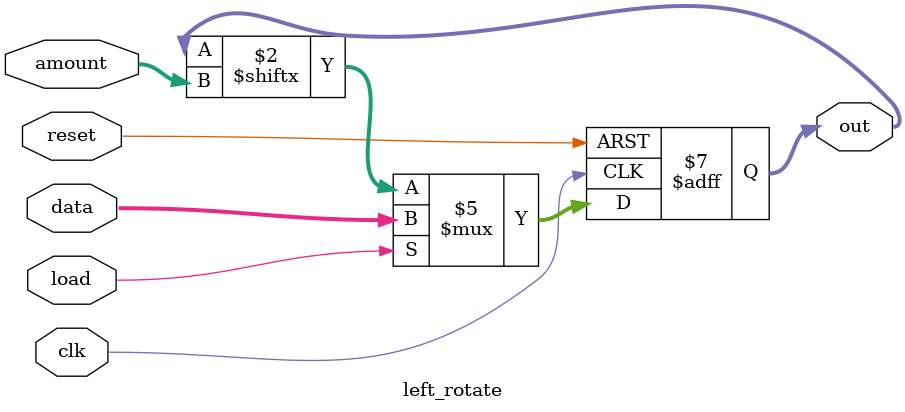
<source format=v>
module left_rotate(clk,reset,amount,data,load,out);
input clk,reset;
input [2:0] amount;
input [7:0] data;
input load;
output reg [7:0] out;
// when load is high, load data to out
// otherwise rotate the out register followed by left shift the out register by amount bits
always @(posedge clk or posedge reset)
begin
	if(reset)
	begin
	out <= 8'b0;
	end
	else if(load)
	begin
	out <= data;
	end
	else
	begin
	out <= {out[6:0],out[7]};
	out <= {out[7:amount],out[7:amount]};
	end
end
endmodule

</source>
